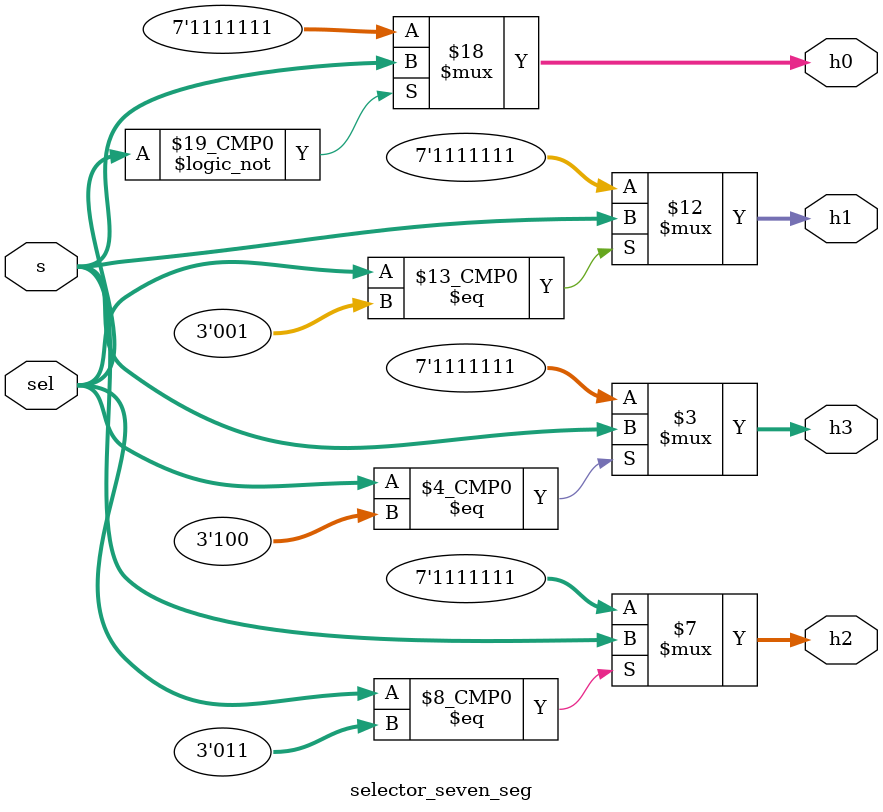
<source format=sv>
/* this is the same decoder from past labs

*/
module selector_seven_seg(

	input logic [6:0] s,
	
	input logic [2:0] sel,
	
	output logic [6:0] h0,

	output logic [6:0] h1,
	
	output logic [6:0] h2,
	
	output logic [6:0] h3
	

);

	
	
	always_comb
		begin
			case(sel)
				3'b000: begin
				
					h0 = s;
					h1 = 7'b1111111;
					h2 = 7'b1111111;
					h3 = 7'b1111111;
				
				end
				3'b001: begin
				
					h0 = 7'b1111111;
					h1 = s;
					h2 = 7'b1111111;
					h3 = 7'b1111111;
				
				end
				3'b011: begin
				
					h0 = 7'b1111111;
					h1 = 7'b1111111;
					h2 = s;
					h3 = 7'b1111111;
				
				end
				3'b100: begin
				
					h0 = 7'b1111111;
					h1 = 7'b1111111;
					h2 = 7'b1111111;
					h3 = s;
				
				end
				default: begin
				
					h0 = 7'b1111111;
					h1 = 7'b1111111;
					h2 = 7'b1111111;
					h3 = 7'b1111111;
				
				end
			
			
				
			endcase
			
		end
		
		
		
endmodule
</source>
